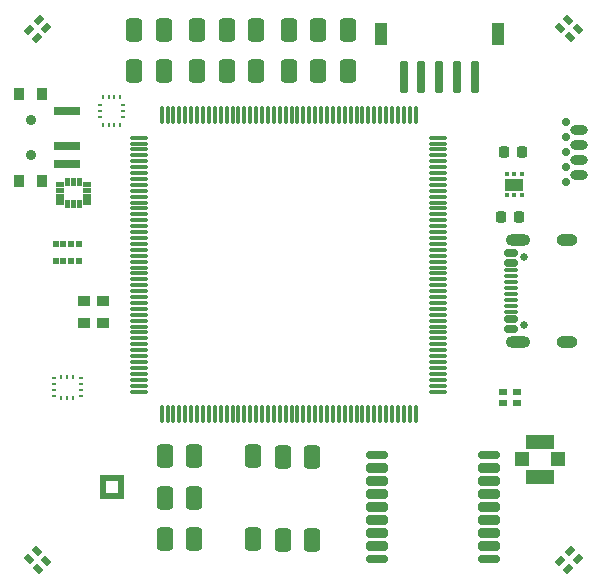
<source format=gts>
%TF.GenerationSoftware,KiCad,Pcbnew,9.0.1-9.0.1-0~ubuntu24.04.1*%
%TF.CreationDate,2025-06-01T23:52:21-05:00*%
%TF.ProjectId,FC,46432e6b-6963-4616-945f-706362585858,rev?*%
%TF.SameCoordinates,Original*%
%TF.FileFunction,Soldermask,Top*%
%TF.FilePolarity,Negative*%
%FSLAX46Y46*%
G04 Gerber Fmt 4.6, Leading zero omitted, Abs format (unit mm)*
G04 Created by KiCad (PCBNEW 9.0.1-9.0.1-0~ubuntu24.04.1) date 2025-06-01 23:52:21*
%MOMM*%
%LPD*%
G01*
G04 APERTURE LIST*
G04 Aperture macros list*
%AMRoundRect*
0 Rectangle with rounded corners*
0 $1 Rounding radius*
0 $2 $3 $4 $5 $6 $7 $8 $9 X,Y pos of 4 corners*
0 Add a 4 corners polygon primitive as box body*
4,1,4,$2,$3,$4,$5,$6,$7,$8,$9,$2,$3,0*
0 Add four circle primitives for the rounded corners*
1,1,$1+$1,$2,$3*
1,1,$1+$1,$4,$5*
1,1,$1+$1,$6,$7*
1,1,$1+$1,$8,$9*
0 Add four rect primitives between the rounded corners*
20,1,$1+$1,$2,$3,$4,$5,0*
20,1,$1+$1,$4,$5,$6,$7,0*
20,1,$1+$1,$6,$7,$8,$9,0*
20,1,$1+$1,$8,$9,$2,$3,0*%
%AMRotRect*
0 Rectangle, with rotation*
0 The origin of the aperture is its center*
0 $1 length*
0 $2 width*
0 $3 Rotation angle, in degrees counterclockwise*
0 Add horizontal line*
21,1,$1,$2,0,0,$3*%
G04 Aperture macros list end*
%ADD10C,0.010000*%
%ADD11O,1.800000X1.000000*%
%ADD12O,2.100000X1.000000*%
%ADD13RoundRect,0.075000X0.500000X-0.075000X0.500000X0.075000X-0.500000X0.075000X-0.500000X-0.075000X0*%
%ADD14RoundRect,0.150000X0.425000X-0.150000X0.425000X0.150000X-0.425000X0.150000X-0.425000X-0.150000X0*%
%ADD15C,0.650000*%
%ADD16R,0.254000X0.431800*%
%ADD17R,0.431800X0.254000*%
%ADD18RoundRect,0.350000X-0.350000X-0.650000X0.350000X-0.650000X0.350000X0.650000X-0.350000X0.650000X0*%
%ADD19RoundRect,0.102000X-0.175000X0.175000X-0.175000X-0.175000X0.175000X-0.175000X0.175000X0.175000X0*%
%ADD20RoundRect,0.102000X0.525000X-0.500000X0.525000X0.500000X-0.525000X0.500000X-0.525000X-0.500000X0*%
%ADD21RoundRect,0.102000X1.100000X-0.525000X1.100000X0.525000X-1.100000X0.525000X-1.100000X-0.525000X0*%
%ADD22RoundRect,0.075000X-0.675000X-0.075000X0.675000X-0.075000X0.675000X0.075000X-0.675000X0.075000X0*%
%ADD23RoundRect,0.075000X-0.075000X-0.675000X0.075000X-0.675000X0.075000X0.675000X-0.075000X0.675000X0*%
%ADD24RoundRect,0.175000X0.175000X1.175000X-0.175000X1.175000X-0.175000X-1.175000X0.175000X-1.175000X0*%
%ADD25RoundRect,0.250000X0.300000X0.700000X-0.300000X0.700000X-0.300000X-0.700000X0.300000X-0.700000X0*%
%ADD26RotRect,0.762000X0.508000X45.000000*%
%ADD27RoundRect,0.350000X0.350000X0.650000X-0.350000X0.650000X-0.350000X-0.650000X0.350000X-0.650000X0*%
%ADD28R,0.762000X0.508000*%
%ADD29RoundRect,0.225000X-0.225000X-0.250000X0.225000X-0.250000X0.225000X0.250000X-0.225000X0.250000X0*%
%ADD30RoundRect,0.175000X-0.725000X-0.175000X0.725000X-0.175000X0.725000X0.175000X-0.725000X0.175000X0*%
%ADD31RoundRect,0.200000X-0.700000X-0.200000X0.700000X-0.200000X0.700000X0.200000X-0.700000X0.200000X0*%
%ADD32R,1.016000X0.838200*%
%ADD33RoundRect,0.093750X0.106250X-0.093750X0.106250X0.093750X-0.106250X0.093750X-0.106250X-0.093750X0*%
%ADD34R,1.600000X1.000000*%
%ADD35RotRect,0.762000X0.508000X315.000000*%
%ADD36C,0.700000*%
%ADD37O,1.500000X0.800000*%
%ADD38RotRect,0.762000X0.508000X225.000000*%
%ADD39RotRect,0.762000X0.508000X135.000000*%
%ADD40R,2.209800X0.762000*%
%ADD41C,0.889000*%
%ADD42R,0.812800X0.990600*%
G04 APERTURE END LIST*
D10*
%TO.C,U4*%
X154625000Y-65837500D02*
X154050000Y-65837500D01*
X154050000Y-65487500D01*
X154625000Y-65487500D01*
X154625000Y-65837500D01*
G36*
X154625000Y-65837500D02*
G01*
X154050000Y-65837500D01*
X154050000Y-65487500D01*
X154625000Y-65487500D01*
X154625000Y-65837500D01*
G37*
X154625000Y-66337500D02*
X154050000Y-66337500D01*
X154050000Y-65987500D01*
X154625000Y-65987500D01*
X154625000Y-66337500D01*
G36*
X154625000Y-66337500D02*
G01*
X154050000Y-66337500D01*
X154050000Y-65987500D01*
X154625000Y-65987500D01*
X154625000Y-66337500D01*
G37*
X154625000Y-66837500D02*
X154050000Y-66837500D01*
X154050000Y-66487500D01*
X154625000Y-66487500D01*
X154625000Y-66837500D01*
G36*
X154625000Y-66837500D02*
G01*
X154050000Y-66837500D01*
X154050000Y-66487500D01*
X154625000Y-66487500D01*
X154625000Y-66837500D01*
G37*
X154625000Y-67337500D02*
X154050000Y-67337500D01*
X154050000Y-66987500D01*
X154625000Y-66987500D01*
X154625000Y-67337500D01*
G36*
X154625000Y-67337500D02*
G01*
X154050000Y-67337500D01*
X154050000Y-66987500D01*
X154625000Y-66987500D01*
X154625000Y-67337500D01*
G37*
X155175000Y-65787500D02*
X154825000Y-65787500D01*
X154825000Y-65212500D01*
X155175000Y-65212500D01*
X155175000Y-65787500D01*
G36*
X155175000Y-65787500D02*
G01*
X154825000Y-65787500D01*
X154825000Y-65212500D01*
X155175000Y-65212500D01*
X155175000Y-65787500D01*
G37*
X155175000Y-67612500D02*
X154825000Y-67612500D01*
X154825000Y-67037500D01*
X155175000Y-67037500D01*
X155175000Y-67612500D01*
G36*
X155175000Y-67612500D02*
G01*
X154825000Y-67612500D01*
X154825000Y-67037500D01*
X155175000Y-67037500D01*
X155175000Y-67612500D01*
G37*
X155675000Y-65787500D02*
X155325000Y-65787500D01*
X155325000Y-65212500D01*
X155675000Y-65212500D01*
X155675000Y-65787500D01*
G36*
X155675000Y-65787500D02*
G01*
X155325000Y-65787500D01*
X155325000Y-65212500D01*
X155675000Y-65212500D01*
X155675000Y-65787500D01*
G37*
X155675000Y-67612500D02*
X155325000Y-67612500D01*
X155325000Y-67037500D01*
X155675000Y-67037500D01*
X155675000Y-67612500D01*
G36*
X155675000Y-67612500D02*
G01*
X155325000Y-67612500D01*
X155325000Y-67037500D01*
X155675000Y-67037500D01*
X155675000Y-67612500D01*
G37*
X156175000Y-65787500D02*
X155825000Y-65787500D01*
X155825000Y-65212500D01*
X156175000Y-65212500D01*
X156175000Y-65787500D01*
G36*
X156175000Y-65787500D02*
G01*
X155825000Y-65787500D01*
X155825000Y-65212500D01*
X156175000Y-65212500D01*
X156175000Y-65787500D01*
G37*
X156175000Y-67612500D02*
X155825000Y-67612500D01*
X155825000Y-67037500D01*
X156175000Y-67037500D01*
X156175000Y-67612500D01*
G36*
X156175000Y-67612500D02*
G01*
X155825000Y-67612500D01*
X155825000Y-67037500D01*
X156175000Y-67037500D01*
X156175000Y-67612500D01*
G37*
X156950000Y-65837500D02*
X156375000Y-65837500D01*
X156375000Y-65487500D01*
X156950000Y-65487500D01*
X156950000Y-65837500D01*
G36*
X156950000Y-65837500D02*
G01*
X156375000Y-65837500D01*
X156375000Y-65487500D01*
X156950000Y-65487500D01*
X156950000Y-65837500D01*
G37*
X156950000Y-66337500D02*
X156375000Y-66337500D01*
X156375000Y-65987500D01*
X156950000Y-65987500D01*
X156950000Y-66337500D01*
G36*
X156950000Y-66337500D02*
G01*
X156375000Y-66337500D01*
X156375000Y-65987500D01*
X156950000Y-65987500D01*
X156950000Y-66337500D01*
G37*
X156950000Y-66837500D02*
X156375000Y-66837500D01*
X156375000Y-66487500D01*
X156950000Y-66487500D01*
X156950000Y-66837500D01*
G36*
X156950000Y-66837500D02*
G01*
X156375000Y-66837500D01*
X156375000Y-66487500D01*
X156950000Y-66487500D01*
X156950000Y-66837500D01*
G37*
X156950000Y-67337500D02*
X156375000Y-67337500D01*
X156375000Y-66987500D01*
X156950000Y-66987500D01*
X156950000Y-67337500D01*
G36*
X156950000Y-67337500D02*
G01*
X156375000Y-67337500D01*
X156375000Y-66987500D01*
X156950000Y-66987500D01*
X156950000Y-67337500D01*
G37*
%TO.C,U6*%
X158225000Y-90775000D02*
X157750000Y-90775000D01*
X157750000Y-90325000D01*
X158225000Y-90325000D01*
X158225000Y-90775000D01*
G36*
X158225000Y-90775000D02*
G01*
X157750000Y-90775000D01*
X157750000Y-90325000D01*
X158225000Y-90325000D01*
X158225000Y-90775000D01*
G37*
X158225000Y-91275000D02*
X157750000Y-91275000D01*
X157750000Y-90825000D01*
X158225000Y-90825000D01*
X158225000Y-91275000D01*
G36*
X158225000Y-91275000D02*
G01*
X157750000Y-91275000D01*
X157750000Y-90825000D01*
X158225000Y-90825000D01*
X158225000Y-91275000D01*
G37*
X158225000Y-91775000D02*
X157750000Y-91775000D01*
X157750000Y-91325000D01*
X158225000Y-91325000D01*
X158225000Y-91775000D01*
G36*
X158225000Y-91775000D02*
G01*
X157750000Y-91775000D01*
X157750000Y-91325000D01*
X158225000Y-91325000D01*
X158225000Y-91775000D01*
G37*
X158225000Y-92275000D02*
X157750000Y-92275000D01*
X157750000Y-91825000D01*
X158225000Y-91825000D01*
X158225000Y-92275000D01*
G36*
X158225000Y-92275000D02*
G01*
X157750000Y-92275000D01*
X157750000Y-91825000D01*
X158225000Y-91825000D01*
X158225000Y-92275000D01*
G37*
X158725000Y-90775000D02*
X158275000Y-90775000D01*
X158275000Y-90300000D01*
X158725000Y-90300000D01*
X158725000Y-90775000D01*
G36*
X158725000Y-90775000D02*
G01*
X158275000Y-90775000D01*
X158275000Y-90300000D01*
X158725000Y-90300000D01*
X158725000Y-90775000D01*
G37*
X158725000Y-92300000D02*
X158275000Y-92300000D01*
X158275000Y-91825000D01*
X158725000Y-91825000D01*
X158725000Y-92300000D01*
G36*
X158725000Y-92300000D02*
G01*
X158275000Y-92300000D01*
X158275000Y-91825000D01*
X158725000Y-91825000D01*
X158725000Y-92300000D01*
G37*
X159225000Y-90775000D02*
X158775000Y-90775000D01*
X158775000Y-90300000D01*
X159225000Y-90300000D01*
X159225000Y-90775000D01*
G36*
X159225000Y-90775000D02*
G01*
X158775000Y-90775000D01*
X158775000Y-90300000D01*
X159225000Y-90300000D01*
X159225000Y-90775000D01*
G37*
X159225000Y-92300000D02*
X158775000Y-92300000D01*
X158775000Y-91825000D01*
X159225000Y-91825000D01*
X159225000Y-92300000D01*
G36*
X159225000Y-92300000D02*
G01*
X158775000Y-92300000D01*
X158775000Y-91825000D01*
X159225000Y-91825000D01*
X159225000Y-92300000D01*
G37*
X159750000Y-90775000D02*
X159275000Y-90775000D01*
X159275000Y-90325000D01*
X159750000Y-90325000D01*
X159750000Y-90775000D01*
G36*
X159750000Y-90775000D02*
G01*
X159275000Y-90775000D01*
X159275000Y-90325000D01*
X159750000Y-90325000D01*
X159750000Y-90775000D01*
G37*
X159750000Y-91275000D02*
X159275000Y-91275000D01*
X159275000Y-90825000D01*
X159750000Y-90825000D01*
X159750000Y-91275000D01*
G36*
X159750000Y-91275000D02*
G01*
X159275000Y-91275000D01*
X159275000Y-90825000D01*
X159750000Y-90825000D01*
X159750000Y-91275000D01*
G37*
X159750000Y-91775000D02*
X159275000Y-91775000D01*
X159275000Y-91325000D01*
X159750000Y-91325000D01*
X159750000Y-91775000D01*
G36*
X159750000Y-91775000D02*
G01*
X159275000Y-91775000D01*
X159275000Y-91325000D01*
X159750000Y-91325000D01*
X159750000Y-91775000D01*
G37*
X159750000Y-92275000D02*
X159275000Y-92275000D01*
X159275000Y-91825000D01*
X159750000Y-91825000D01*
X159750000Y-92275000D01*
G36*
X159750000Y-92275000D02*
G01*
X159275000Y-92275000D01*
X159275000Y-91825000D01*
X159750000Y-91825000D01*
X159750000Y-92275000D01*
G37*
%TD*%
D11*
%TO.C,J1*%
X197325000Y-70430000D03*
D12*
X193145000Y-70430000D03*
D11*
X197325000Y-79070000D03*
D12*
X193145000Y-79070000D03*
D13*
X192570000Y-76500000D03*
X192570000Y-75500000D03*
X192570000Y-74000000D03*
X192570000Y-73000000D03*
D14*
X192570000Y-71550000D03*
X192570000Y-72350000D03*
D13*
X192570000Y-73500000D03*
X192570000Y-74500000D03*
X192570000Y-75000000D03*
X192570000Y-76000000D03*
D14*
X192570000Y-77150000D03*
X192570000Y-77950000D03*
D15*
X193645000Y-71860000D03*
X193645000Y-77640000D03*
%TD*%
D16*
%TO.C,U18*%
X157999999Y-60706500D03*
X158500000Y-60706500D03*
X159000000Y-60706500D03*
X159500001Y-60706500D03*
D17*
X159702500Y-59999999D03*
X159702500Y-59500000D03*
X159702500Y-59000001D03*
D16*
X159500001Y-58293500D03*
X159000000Y-58293500D03*
X158500000Y-58293500D03*
X157999999Y-58293500D03*
D17*
X157797500Y-59000001D03*
X157797500Y-59500000D03*
X157797500Y-59999999D03*
%TD*%
D18*
%TO.C,J17*%
X163250000Y-88750000D03*
%TD*%
%TO.C,J11*%
X171000000Y-56100000D03*
%TD*%
%TO.C,J19*%
X163250000Y-92250000D03*
%TD*%
D19*
%TO.C,U5*%
X155975000Y-72225000D03*
X155325000Y-72225000D03*
X154675000Y-72225000D03*
X154025000Y-72225000D03*
X154025000Y-70775000D03*
X154675000Y-70775000D03*
X155325000Y-70775000D03*
X155975000Y-70775000D03*
%TD*%
D20*
%TO.C,J3*%
X193475000Y-89000000D03*
D21*
X195000000Y-90475000D03*
D20*
X196525000Y-89000000D03*
D21*
X195000000Y-87525000D03*
%TD*%
D18*
%TO.C,J7*%
X173750000Y-56100000D03*
%TD*%
D22*
%TO.C,U10*%
X161075000Y-61750000D03*
X161075000Y-62250000D03*
X161075000Y-62750000D03*
X161075000Y-63250000D03*
X161075000Y-63750000D03*
X161075000Y-64250000D03*
X161075000Y-64750000D03*
X161075000Y-65250000D03*
X161075000Y-65750000D03*
X161075000Y-66250000D03*
X161075000Y-66750000D03*
X161075000Y-67250000D03*
X161075000Y-67750000D03*
X161075000Y-68250000D03*
X161075000Y-68750000D03*
X161075000Y-69250000D03*
X161075000Y-69750000D03*
X161075000Y-70250000D03*
X161075000Y-70750000D03*
X161075000Y-71250000D03*
X161075000Y-71750000D03*
X161075000Y-72250000D03*
X161075000Y-72750000D03*
X161075000Y-73250000D03*
X161075000Y-73750000D03*
X161075000Y-74250000D03*
X161075000Y-74750000D03*
X161075000Y-75250000D03*
X161075000Y-75750000D03*
X161075000Y-76250000D03*
X161075000Y-76750000D03*
X161075000Y-77250000D03*
X161075000Y-77750000D03*
X161075000Y-78250000D03*
X161075000Y-78750000D03*
X161075000Y-79250000D03*
X161075000Y-79750000D03*
X161075000Y-80250000D03*
X161075000Y-80750000D03*
X161075000Y-81250000D03*
X161075000Y-81750000D03*
X161075000Y-82250000D03*
X161075000Y-82750000D03*
X161075000Y-83250000D03*
D23*
X163000000Y-85175000D03*
X163500000Y-85175000D03*
X164000000Y-85175000D03*
X164500000Y-85175000D03*
X165000000Y-85175000D03*
X165500000Y-85175000D03*
X166000000Y-85175000D03*
X166500000Y-85175000D03*
X167000000Y-85175000D03*
X167500000Y-85175000D03*
X168000000Y-85175000D03*
X168500000Y-85175000D03*
X169000000Y-85175000D03*
X169500000Y-85175000D03*
X170000000Y-85175000D03*
X170500000Y-85175000D03*
X171000000Y-85175000D03*
X171500000Y-85175000D03*
X172000000Y-85175000D03*
X172500000Y-85175000D03*
X173000000Y-85175000D03*
X173500000Y-85175000D03*
X174000000Y-85175000D03*
X174500000Y-85175000D03*
X175000000Y-85175000D03*
X175500000Y-85175000D03*
X176000000Y-85175000D03*
X176500000Y-85175000D03*
X177000000Y-85175000D03*
X177500000Y-85175000D03*
X178000000Y-85175000D03*
X178500000Y-85175000D03*
X179000000Y-85175000D03*
X179500000Y-85175000D03*
X180000000Y-85175000D03*
X180500000Y-85175000D03*
X181000000Y-85175000D03*
X181500000Y-85175000D03*
X182000000Y-85175000D03*
X182500000Y-85175000D03*
X183000000Y-85175000D03*
X183500000Y-85175000D03*
X184000000Y-85175000D03*
X184500000Y-85175000D03*
D22*
X186425000Y-83250000D03*
X186425000Y-82750000D03*
X186425000Y-82250000D03*
X186425000Y-81750000D03*
X186425000Y-81250000D03*
X186425000Y-80750000D03*
X186425000Y-80250000D03*
X186425000Y-79750000D03*
X186425000Y-79250000D03*
X186425000Y-78750000D03*
X186425000Y-78250000D03*
X186425000Y-77750000D03*
X186425000Y-77250000D03*
X186425000Y-76750000D03*
X186425000Y-76250000D03*
X186425000Y-75750000D03*
X186425000Y-75250000D03*
X186425000Y-74750000D03*
X186425000Y-74250000D03*
X186425000Y-73750000D03*
X186425000Y-73250000D03*
X186425000Y-72750000D03*
X186425000Y-72250000D03*
X186425000Y-71750000D03*
X186425000Y-71250000D03*
X186425000Y-70750000D03*
X186425000Y-70250000D03*
X186425000Y-69750000D03*
X186425000Y-69250000D03*
X186425000Y-68750000D03*
X186425000Y-68250000D03*
X186425000Y-67750000D03*
X186425000Y-67250000D03*
X186425000Y-66750000D03*
X186425000Y-66250000D03*
X186425000Y-65750000D03*
X186425000Y-65250000D03*
X186425000Y-64750000D03*
X186425000Y-64250000D03*
X186425000Y-63750000D03*
X186425000Y-63250000D03*
X186425000Y-62750000D03*
X186425000Y-62250000D03*
X186425000Y-61750000D03*
D23*
X184500000Y-59825000D03*
X184000000Y-59825000D03*
X183500000Y-59825000D03*
X183000000Y-59825000D03*
X182500000Y-59825000D03*
X182000000Y-59825000D03*
X181500000Y-59825000D03*
X181000000Y-59825000D03*
X180500000Y-59825000D03*
X180000000Y-59825000D03*
X179500000Y-59825000D03*
X179000000Y-59825000D03*
X178500000Y-59825000D03*
X178000000Y-59825000D03*
X177500000Y-59825000D03*
X177000000Y-59825000D03*
X176500000Y-59825000D03*
X176000000Y-59825000D03*
X175500000Y-59825000D03*
X175000000Y-59825000D03*
X174500000Y-59825000D03*
X174000000Y-59825000D03*
X173500000Y-59825000D03*
X173000000Y-59825000D03*
X172500000Y-59825000D03*
X172000000Y-59825000D03*
X171500000Y-59825000D03*
X171000000Y-59825000D03*
X170500000Y-59825000D03*
X170000000Y-59825000D03*
X169500000Y-59825000D03*
X169000000Y-59825000D03*
X168500000Y-59825000D03*
X168000000Y-59825000D03*
X167500000Y-59825000D03*
X167000000Y-59825000D03*
X166500000Y-59825000D03*
X166000000Y-59825000D03*
X165500000Y-59825000D03*
X165000000Y-59825000D03*
X164500000Y-59825000D03*
X164000000Y-59825000D03*
X163500000Y-59825000D03*
X163000000Y-59825000D03*
%TD*%
D18*
%TO.C,J32*%
X160700000Y-56100000D03*
%TD*%
D24*
%TO.C,J4*%
X189500000Y-56650000D03*
X188000000Y-56650000D03*
X186500000Y-56650000D03*
X185000000Y-56650000D03*
X183500000Y-56650000D03*
D25*
X191450000Y-52950000D03*
X181550000Y-52950000D03*
%TD*%
D18*
%TO.C,J6*%
X176250000Y-56100000D03*
%TD*%
D26*
%TO.C,U12*%
X151769034Y-52637462D03*
X152440786Y-53309214D03*
X153250000Y-52500000D03*
X152578248Y-51828248D03*
%TD*%
D18*
%TO.C,J12*%
X168500000Y-56100000D03*
%TD*%
%TO.C,J27*%
X173250000Y-95800000D03*
%TD*%
D27*
%TO.C,J30*%
X163200000Y-52600000D03*
%TD*%
D18*
%TO.C,J22*%
X165750000Y-95750000D03*
%TD*%
D28*
%TO.C,U16*%
X191927799Y-83275000D03*
X191927799Y-84225000D03*
X193072201Y-84225000D03*
X193072201Y-83275000D03*
%TD*%
D18*
%TO.C,J14*%
X171000000Y-52600000D03*
%TD*%
D29*
%TO.C,C30*%
X191975000Y-63000000D03*
X193525000Y-63000000D03*
%TD*%
D18*
%TO.C,J16*%
X166000000Y-52600000D03*
%TD*%
D30*
%TO.C,U9*%
X181250000Y-88600000D03*
D31*
X181250000Y-89700000D03*
X181250000Y-90800000D03*
X181250000Y-91900000D03*
X181250000Y-93000000D03*
X181250000Y-94100000D03*
X181250000Y-95200000D03*
X181250000Y-96300000D03*
D30*
X181250000Y-97400000D03*
X190750000Y-97400000D03*
D31*
X190750000Y-96300000D03*
X190750000Y-95200000D03*
X190750000Y-94100000D03*
X190750000Y-93000000D03*
X190750000Y-91900000D03*
X190750000Y-90800000D03*
X190750000Y-89700000D03*
D30*
X190750000Y-88600000D03*
%TD*%
D18*
%TO.C,J5*%
X178750000Y-56100000D03*
%TD*%
D32*
%TO.C,U11*%
X156429801Y-75575001D03*
X156429801Y-77424999D03*
X158070199Y-77424999D03*
X158070199Y-75575001D03*
%TD*%
D18*
%TO.C,J15*%
X168500000Y-52600000D03*
%TD*%
%TO.C,J9*%
X176250000Y-52600000D03*
%TD*%
%TO.C,J10*%
X173750000Y-52600000D03*
%TD*%
D29*
%TO.C,C31*%
X191725000Y-68500000D03*
X193275000Y-68500000D03*
%TD*%
D33*
%TO.C,U1*%
X192200000Y-66637500D03*
X192850000Y-66637500D03*
X193500000Y-66637500D03*
X193500000Y-64862500D03*
X192850000Y-64862500D03*
X192200000Y-64862500D03*
D34*
X192850000Y-65750000D03*
%TD*%
D35*
%TO.C,U13*%
X197421752Y-51759517D03*
X196750000Y-52431269D03*
X197559214Y-53240483D03*
X198230966Y-52568731D03*
%TD*%
D18*
%TO.C,J33*%
X163200000Y-56100000D03*
%TD*%
%TO.C,J18*%
X165750000Y-88750000D03*
%TD*%
%TO.C,J28*%
X175750000Y-95800000D03*
%TD*%
%TO.C,J25*%
X175750000Y-88800000D03*
%TD*%
D27*
%TO.C,J31*%
X160700000Y-52600000D03*
%TD*%
D18*
%TO.C,J23*%
X170750000Y-88750000D03*
%TD*%
%TO.C,J8*%
X178750000Y-52600000D03*
%TD*%
%TO.C,J21*%
X163250000Y-95750000D03*
%TD*%
%TO.C,J24*%
X173250000Y-88800000D03*
%TD*%
%TO.C,J26*%
X170750000Y-95750000D03*
%TD*%
%TO.C,J20*%
X165750000Y-92250000D03*
%TD*%
D17*
%TO.C,U3*%
X156130299Y-83639001D03*
X156130299Y-83139000D03*
X156130299Y-82639000D03*
X156130299Y-82138999D03*
D16*
X155499998Y-82000000D03*
X154999999Y-82000000D03*
X154500000Y-82000000D03*
D17*
X153869699Y-82138999D03*
X153869699Y-82639000D03*
X153869699Y-83139000D03*
X153869699Y-83639001D03*
D16*
X154500000Y-83778000D03*
X154999999Y-83778000D03*
X155499998Y-83778000D03*
%TD*%
D36*
%TO.C,J34*%
X197213500Y-65540000D03*
X197213500Y-64270000D03*
X197213500Y-63000000D03*
X197213500Y-61730000D03*
X197213500Y-60460000D03*
D37*
X198368500Y-61095000D03*
X198368500Y-62365000D03*
X198368500Y-63635000D03*
X198368500Y-64905000D03*
%TD*%
D38*
%TO.C,U15*%
X198240483Y-97431269D03*
X197568731Y-96759517D03*
X196759517Y-97568731D03*
X197431269Y-98240483D03*
%TD*%
D39*
%TO.C,U14*%
X152568731Y-98240483D03*
X153240483Y-97568731D03*
X152431269Y-96759517D03*
X151759517Y-97431269D03*
%TD*%
D18*
%TO.C,J13*%
X166000000Y-56100000D03*
%TD*%
D40*
%TO.C,U17*%
X155000700Y-59499998D03*
X155000700Y-62500000D03*
X155000700Y-64000000D03*
D41*
X151900000Y-60250009D03*
X151900000Y-63250009D03*
D42*
X150935000Y-58099999D03*
X152865000Y-58099999D03*
X150935000Y-65399999D03*
X152865000Y-65399999D03*
%TD*%
M02*

</source>
